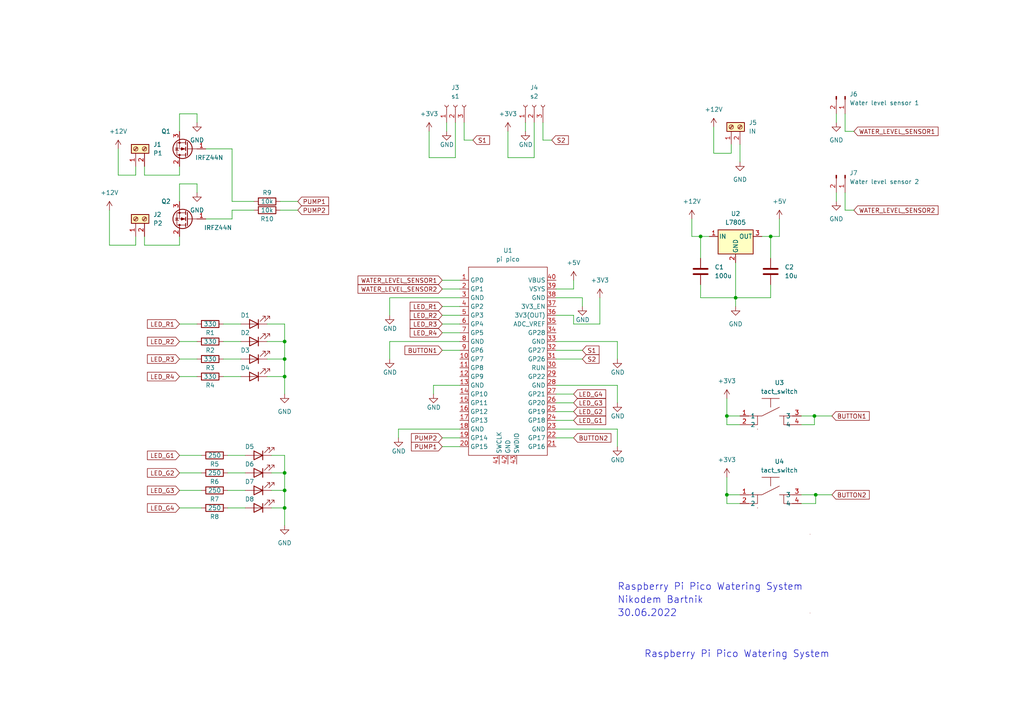
<source format=kicad_sch>
(kicad_sch (version 20211123) (generator eeschema)
  (paper "A4")
  (lib_symbols
    (symbol "Connector:Conn_01x02_Male" (pin_names (offset 1.016) hide)
      (property "Reference" "J" (at 0 2.54 0))
      (property "Value" "Conn_01x02_Male" (at 0 -5.08 0))
      (symbol "Conn_01x02_Male_1_1"
        (polyline (pts (xy 1.27 -2.54) (xy 0.8636 -2.54)) (stroke (width 0.1524)))
        (polyline (pts (xy 1.27 0) (xy 0.8636 0)) (stroke (width 0.1524)))
        (rectangle (start 0.8636 -2.413) (end 0 -2.667) (stroke (width 0.1524)) (fill (type outline)))
        (rectangle (start 0.8636 0.127) (end 0 -0.127) (stroke (width 0.1524)) (fill (type outline)))
        (pin passive line (at 5.08 0 180) (length 3.81) (name "Pin_1") (number "1"))
        (pin passive line (at 5.08 -2.54 180) (length 3.81) (name "Pin_2") (number "2"))
      )
    )
    (symbol "Connector:Conn_01x03_Female" (pin_names (offset 1.016) hide)
      (property "Reference" "J" (at 0 5.08 0))
      (property "Value" "Conn_01x03_Female" (at 0 -5.08 0))
      (symbol "Conn_01x03_Female_1_1"
        (arc (start 0 -2.032) (mid -0.508 -2.54) (end 0 -3.048) (stroke (width 0.1524)))
        (polyline (pts (xy -1.27 -2.54) (xy -0.508 -2.54)) (stroke (width 0.1524)))
        (polyline (pts (xy -1.27 0) (xy -0.508 0)) (stroke (width 0.1524)))
        (polyline (pts (xy -1.27 2.54) (xy -0.508 2.54)) (stroke (width 0.1524)))
        (arc (start 0 0.508) (mid -0.508 0) (end 0 -0.508) (stroke (width 0.1524)))
        (arc (start 0 3.048) (mid -0.508 2.54) (end 0 2.032) (stroke (width 0.1524)))
        (pin passive line (at -5.08 2.54 0) (length 3.81) (name "Pin_1") (number "1"))
        (pin passive line (at -5.08 0 0) (length 3.81) (name "Pin_2") (number "2"))
        (pin passive line (at -5.08 -2.54 0) (length 3.81) (name "Pin_3") (number "3"))
      )
    )
    (symbol "Connector:Screw_Terminal_01x02" (pin_names (offset 1.016) hide)
      (property "Reference" "J" (at 0 2.54 0))
      (property "Value" "Screw_Terminal_01x02" (at 0 -5.08 0))
      (symbol "Screw_Terminal_01x02_1_1"
        (rectangle (start -1.27 1.27) (end 1.27 -3.81) (stroke (width 0.254)) (fill (type background)))
        (circle (center 0 -2.54) (radius 0.635) (stroke (width 0.1524)))
        (polyline (pts (xy -0.5334 -2.2098) (xy 0.3302 -3.048)) (stroke (width 0.1524)))
        (polyline (pts (xy -0.5334 0.3302) (xy 0.3302 -0.508)) (stroke (width 0.1524)))
        (polyline (pts (xy -0.3556 -2.032) (xy 0.508 -2.8702)) (stroke (width 0.1524)))
        (polyline (pts (xy -0.3556 0.508) (xy 0.508 -0.3302)) (stroke (width 0.1524)))
        (circle (center 0 0) (radius 0.635) (stroke (width 0.1524)))
        (pin passive line (at -5.08 0 0) (length 3.81) (name "Pin_1") (number "1"))
        (pin passive line (at -5.08 -2.54 0) (length 3.81) (name "Pin_2") (number "2"))
      )
    )
    (symbol "Device:C" (pin_numbers hide) (pin_names (offset 0.254))
      (property "Reference" "C" (at 0.635 2.54 0))
      (property "Value" "C" (at 0.635 -2.54 0))
      (symbol "C_0_1"
        (polyline (pts (xy -2.032 -0.762) (xy 2.032 -0.762)) (stroke (width 0.508)))
        (polyline (pts (xy -2.032 0.762) (xy 2.032 0.762)) (stroke (width 0.508)))
      )
      (symbol "C_1_1"
        (pin passive line (at 0 3.81 270) (length 2.794) (name "~") (number "1"))
        (pin passive line (at 0 -3.81 90) (length 2.794) (name "~") (number "2"))
      )
    )
    (symbol "Device:LED" (pin_numbers hide) (pin_names (offset 1.016) hide)
      (property "Reference" "D" (at 0 2.54 0))
      (property "Value" "LED" (at 0 -2.54 0))
      (symbol "LED_0_1"
        (polyline (pts (xy -1.27 -1.27) (xy -1.27 1.27)) (stroke (width 0.254)))
        (polyline (pts (xy -1.27 0) (xy 1.27 0)))
        (polyline (pts (xy 1.27 -1.27) (xy 1.27 1.27) (xy -1.27 0) (xy 1.27 -1.27)) (stroke (width 0.254)))
        (polyline (pts (xy -3.048 -0.762) (xy -4.572 -2.286) (xy -3.81 -2.286) (xy -4.572 -2.286) (xy -4.572 -1.524)))
        (polyline (pts (xy -1.778 -0.762) (xy -3.302 -2.286) (xy -2.54 -2.286) (xy -3.302 -2.286) (xy -3.302 -1.524)))
      )
      (symbol "LED_1_1"
        (pin passive line (at -3.81 0 0) (length 2.54) (name "K") (number "1"))
        (pin passive line (at 3.81 0 180) (length 2.54) (name "A") (number "2"))
      )
    )
    (symbol "Device:R" (pin_numbers hide) (pin_names (offset 0))
      (property "Reference" "R" (at 2.032 0 90))
      (property "Value" "R" (at 0 0 90))
      (symbol "R_0_1"
        (rectangle (start -1.016 -2.54) (end 1.016 2.54) (stroke (width 0.254)))
      )
      (symbol "R_1_1"
        (pin passive line (at 0 3.81 270) (length 1.27) (name "~") (number "1"))
        (pin passive line (at 0 -3.81 90) (length 1.27) (name "~") (number "2"))
      )
    )
    (symbol "RaspberryPi:pi pico"
      (property "Reference" "U" (at 6.35 -29.21 0))
      (property "Value" "pi pico" (at 0 25.4 0))
      (symbol "pi pico_0_1"
        (rectangle (start -11.43 26.67) (end 11.43 -27.94))
      )
      (symbol "pi pico_1_1"
        (pin bidirectional line (at -13.97 22.86 0) (length 2.54) (name "GP0") (number "1"))
        (pin bidirectional line (at -13.97 0 0) (length 2.54) (name "GP7") (number "10"))
        (pin bidirectional line (at -13.97 -2.54 0) (length 2.54) (name "GP8") (number "11"))
        (pin bidirectional line (at -13.97 -5.08 0) (length 2.54) (name "GP9") (number "12"))
        (pin power_in line (at -13.97 -7.62 0) (length 2.54) (name "GND") (number "13"))
        (pin bidirectional line (at -13.97 -10.16 0) (length 2.54) (name "GP10") (number "14"))
        (pin bidirectional line (at -13.97 -12.7 0) (length 2.54) (name "GP11") (number "15"))
        (pin bidirectional line (at -13.97 -15.24 0) (length 2.54) (name "GP12") (number "16"))
        (pin bidirectional line (at -13.97 -17.78 0) (length 2.54) (name "GP13") (number "17"))
        (pin power_in line (at -13.97 -20.32 0) (length 2.54) (name "GND") (number "18"))
        (pin bidirectional line (at -13.97 -22.86 0) (length 2.54) (name "GP14") (number "19"))
        (pin bidirectional line (at -13.97 20.32 0) (length 2.54) (name "GP1") (number "2"))
        (pin bidirectional line (at -13.97 -25.4 0) (length 2.54) (name "GP15") (number "20"))
        (pin bidirectional line (at 13.97 -25.4 180) (length 2.54) (name "GP16") (number "21"))
        (pin bidirectional line (at 13.97 -22.86 180) (length 2.54) (name "GP17") (number "22"))
        (pin power_in line (at 13.97 -20.32 180) (length 2.54) (name "GND") (number "23"))
        (pin bidirectional line (at 13.97 -17.78 180) (length 2.54) (name "GP18") (number "24"))
        (pin bidirectional line (at 13.97 -15.24 180) (length 2.54) (name "GP19") (number "25"))
        (pin bidirectional line (at 13.97 -12.7 180) (length 2.54) (name "GP20") (number "26"))
        (pin bidirectional line (at 13.97 -10.16 180) (length 2.54) (name "GP21") (number "27"))
        (pin power_in line (at 13.97 -7.62 180) (length 2.54) (name "GND") (number "28"))
        (pin bidirectional line (at 13.97 -5.08 180) (length 2.54) (name "GP22") (number "29"))
        (pin power_in line (at -13.97 17.78 0) (length 2.54) (name "GND") (number "3"))
        (pin input line (at 13.97 -2.54 180) (length 2.54) (name "RUN") (number "30"))
        (pin bidirectional line (at 13.97 0 180) (length 2.54) (name "GP26") (number "31"))
        (pin bidirectional line (at 13.97 2.54 180) (length 2.54) (name "GP27") (number "32"))
        (pin power_in line (at 13.97 5.08 180) (length 2.54) (name "GND") (number "33"))
        (pin bidirectional line (at 13.97 7.62 180) (length 2.54) (name "GP28") (number "34"))
        (pin input line (at 13.97 10.16 180) (length 2.54) (name "ADC_VREF") (number "35"))
        (pin power_out line (at 13.97 12.7 180) (length 2.54) (name "3V3(OUT)") (number "36"))
        (pin input line (at 13.97 15.24 180) (length 2.54) (name "3V3_EN") (number "37"))
        (pin power_in line (at 13.97 17.78 180) (length 2.54) (name "GND") (number "38"))
        (pin power_out line (at 13.97 20.32 180) (length 2.54) (name "VSYS") (number "39"))
        (pin bidirectional line (at -13.97 15.24 0) (length 2.54) (name "GP2") (number "4"))
        (pin power_out line (at 13.97 22.86 180) (length 2.54) (name "VBUS") (number "40"))
        (pin bidirectional line (at -2.54 -30.48 90) (length 2.54) (name "SWCLK") (number "41"))
        (pin power_in line (at 0 -30.48 90) (length 2.54) (name "GND") (number "42"))
        (pin bidirectional line (at 2.54 -30.48 90) (length 2.54) (name "SWDIO") (number "43"))
        (pin bidirectional line (at -13.97 12.7 0) (length 2.54) (name "GP3") (number "5"))
        (pin bidirectional line (at -13.97 10.16 0) (length 2.54) (name "GP4") (number "6"))
        (pin bidirectional line (at -13.97 7.62 0) (length 2.54) (name "GP5") (number "7"))
        (pin power_in line (at -13.97 5.08 0) (length 2.54) (name "GND") (number "8"))
        (pin bidirectional line (at -13.97 2.54 0) (length 2.54) (name "GP6") (number "9"))
      )
    )
    (symbol "Regulator_Linear:L7805" (pin_names (offset 0.254))
      (property "Reference" "U" (at -3.81 3.175 0))
      (property "Value" "L7805" (at 0 3.175 0))
      (symbol "L7805_0_1"
        (rectangle (start -5.08 1.905) (end 5.08 -5.08) (stroke (width 0.254)) (fill (type background)))
      )
      (symbol "L7805_1_1"
        (pin power_in line (at -7.62 0 0) (length 2.54) (name "IN") (number "1"))
        (pin power_in line (at 0 -7.62 90) (length 2.54) (name "GND") (number "2"))
        (pin power_out line (at 7.62 0 180) (length 2.54) (name "OUT") (number "3"))
      )
    )
    (symbol "Transistor_FET:IRF540N" (pin_names hide)
      (property "Reference" "Q" (at 6.35 1.905 0))
      (property "Value" "IRF540N" (at 6.35 0 0))
      (symbol "IRF540N_0_1"
        (polyline (pts (xy 0.254 0) (xy -2.54 0)))
        (polyline (pts (xy 0.254 1.905) (xy 0.254 -1.905)) (stroke (width 0.254)))
        (polyline (pts (xy 0.762 -1.27) (xy 0.762 -2.286)) (stroke (width 0.254)))
        (polyline (pts (xy 0.762 0.508) (xy 0.762 -0.508)) (stroke (width 0.254)))
        (polyline (pts (xy 0.762 2.286) (xy 0.762 1.27)) (stroke (width 0.254)))
        (polyline (pts (xy 2.54 2.54) (xy 2.54 1.778)))
        (polyline (pts (xy 2.54 -2.54) (xy 2.54 0) (xy 0.762 0)))
        (polyline (pts (xy 0.762 -1.778) (xy 3.302 -1.778) (xy 3.302 1.778) (xy 0.762 1.778)))
        (polyline (pts (xy 1.016 0) (xy 2.032 0.381) (xy 2.032 -0.381) (xy 1.016 0)) (fill (type outline)))
        (polyline (pts (xy 2.794 0.508) (xy 2.921 0.381) (xy 3.683 0.381) (xy 3.81 0.254)))
        (polyline (pts (xy 3.302 0.381) (xy 2.921 -0.254) (xy 3.683 -0.254) (xy 3.302 0.381)))
        (circle (center 1.651 0) (radius 2.794) (stroke (width 0.254)))
        (circle (center 2.54 -1.778) (radius 0.254) (fill (type outline)))
        (circle (center 2.54 1.778) (radius 0.254) (fill (type outline)))
      )
      (symbol "IRF540N_1_1"
        (pin input line (at -5.08 0 0) (length 2.54) (name "G") (number "1"))
        (pin passive line (at 2.54 5.08 270) (length 2.54) (name "D") (number "2"))
        (pin passive line (at 2.54 -5.08 90) (length 2.54) (name "S") (number "3"))
      )
    )
    (symbol "casual_components:tact_switch"
      (property "Reference" "U" (at 0 -3.81 0))
      (property "Value" "tact_switch" (at 0 7.62 0))
      (symbol "tact_switch_0_1"
        (rectangle (start -3.81 -3.81) (end -3.81 -3.81))
        (rectangle (start -3.81 -3.81) (end -3.81 -3.81))
        (polyline (pts (xy -2.54 5.08) (xy 2.54 5.08)))
        (polyline (pts (xy 0 2.54) (xy 0 5.08)))
        (polyline (pts (xy 2.54 0) (xy 6.35 0)))
        (polyline (pts (xy -6.35 0) (xy -2.54 0) (xy 2.54 2.54)))
        (polyline (pts (xy -3.81 0) (xy -3.81 -2.54) (xy -6.35 -2.54)))
        (polyline (pts (xy 3.81 0) (xy 3.81 -2.54) (xy 6.35 -2.54)))
        (rectangle (start 11.43 -34.29) (end 11.43 -34.29))
      )
      (symbol "tact_switch_1_1"
        (pin input line (at -8.89 0 0) (length 2.54) (name "1") (number "1"))
        (pin input line (at -8.89 -2.54 0) (length 2.54) (name "2") (number "2"))
        (pin output line (at 8.89 0 180) (length 2.54) (name "3") (number "3"))
        (pin output line (at 8.89 -2.54 180) (length 2.54) (name "4") (number "4"))
      )
    )
    (symbol "power:+12V" (power) (pin_names (offset 0))
      (property "Value" "+12V" (at 0 3.556 0))
      (symbol "+12V_0_1"
        (polyline (pts (xy -0.762 1.27) (xy 0 2.54)))
        (polyline (pts (xy 0 0) (xy 0 2.54)))
        (polyline (pts (xy 0 2.54) (xy 0.762 1.27)))
      )
      (symbol "+12V_1_1"
        (pin power_in line (at 0 0 90) (length 0) hide (name "+12V") (number "1"))
      )
    )
    (symbol "power:+3V3" (power) (pin_names (offset 0))
      (property "Value" "+3V3" (at 0 3.556 0))
      (symbol "+3V3_0_1"
        (polyline (pts (xy -0.762 1.27) (xy 0 2.54)))
        (polyline (pts (xy 0 0) (xy 0 2.54)))
        (polyline (pts (xy 0 2.54) (xy 0.762 1.27)))
      )
      (symbol "+3V3_1_1"
        (pin power_in line (at 0 0 90) (length 0) hide (name "+3V3") (number "1"))
      )
    )
    (symbol "power:+5V" (power) (pin_names (offset 0))
      (property "Value" "+5V" (at 0 3.556 0))
      (symbol "+5V_0_1"
        (polyline (pts (xy -0.762 1.27) (xy 0 2.54)))
        (polyline (pts (xy 0 0) (xy 0 2.54)))
        (polyline (pts (xy 0 2.54) (xy 0.762 1.27)))
      )
      (symbol "+5V_1_1"
        (pin power_in line (at 0 0 90) (length 0) hide (name "+5V") (number "1"))
      )
    )
    (symbol "power:GND" (power) (pin_names (offset 0))
      (property "Value" "GND" (at 0 -3.81 0))
      (symbol "GND_0_1"
        (polyline (pts (xy 0 0) (xy 0 -1.27) (xy 1.27 -1.27) (xy 0 -2.54) (xy -1.27 -1.27) (xy 0 -1.27)))
      )
      (symbol "GND_1_1"
        (pin power_in line (at 0 0 270) (length 0) hide (name "GND") (number "1"))
      )
    )
  )
  (junction (at 236.5898 143.51))
  (junction (at 82.55 109.22))
  (junction (at 82.55 142.24))
  (junction (at 82.55 137.16))
  (junction (at 82.55 104.14))
  (junction (at 82.55 147.32))
  (junction (at 210.82 120.65))
  (junction (at 213.36 86.36))
  (junction (at 236.22 120.65))
  (junction (at 223.52 68.58))
  (junction (at 82.55 99.06))
  (junction (at 210.82 143.51))
  (junction (at 203.2 68.58))
  (wire (pts (xy 132.08 45.72) (xy 132.08 35.56)))
  (wire (pts (xy 157.48 40.64) (xy 160.02 40.64)))
  (wire (pts (xy 161.29 124.46) (xy 179.07 124.46)))
  (wire (pts (xy 157.48 35.56) (xy 157.48 40.64)))
  (wire (pts (xy 245.11 60.96) (xy 247.65 60.96)))
  (wire (pts (xy 220.98 68.58) (xy 223.52 68.58)))
  (wire (pts (xy 73.66 58.42) (xy 67.31 58.42)))
  (wire (pts (xy 179.07 111.76) (xy 161.29 111.76)))
  (wire (pts (xy 39.37 68.58) (xy 39.37 71.12)))
  (wire (pts (xy 82.55 142.24) (xy 82.55 147.32)))
  (wire (pts (xy 161.29 114.3) (xy 166.37 114.3)))
  (wire (pts (xy 245.11 38.1) (xy 247.65 38.1)))
  (wire (pts (xy 82.55 104.14) (xy 82.55 109.22)))
  (wire (pts (xy 78.74 132.08) (xy 82.55 132.08)))
  (wire (pts (xy 245.11 33.02) (xy 245.11 38.1)))
  (wire (pts (xy 161.29 101.6) (xy 168.91 101.6)))
  (wire (pts (xy 124.46 45.72) (xy 132.08 45.72)))
  (wire (pts (xy 236.22 120.65) (xy 241.3 120.65)))
  (wire (pts (xy 52.07 132.08) (xy 58.42 132.08)))
  (wire (pts (xy 82.55 137.16) (xy 82.55 142.24)))
  (wire (pts (xy 113.03 86.36) (xy 133.35 86.36)))
  (wire (pts (xy 166.37 91.44) (xy 161.29 91.44)))
  (wire (pts (xy 212.09 41.91) (xy 212.09 44.45)))
  (wire (pts (xy 161.29 121.92) (xy 166.37 121.92)))
  (wire (pts (xy 152.4 35.56) (xy 152.4 38.1)))
  (wire (pts (xy 168.91 88.9) (xy 168.91 86.36)))
  (wire (pts (xy 52.07 33.02) (xy 57.15 33.02)))
  (wire (pts (xy 124.46 38.1) (xy 124.46 45.72)))
  (wire (pts (xy 179.07 129.54) (xy 179.07 124.46)))
  (wire (pts (xy 129.54 35.56) (xy 129.54 38.1)))
  (wire (pts (xy 115.57 124.46) (xy 133.35 124.46)))
  (wire (pts (xy 166.37 81.28) (xy 166.37 83.82)))
  (wire (pts (xy 200.66 68.58) (xy 203.2 68.58)))
  (wire (pts (xy 232.41 123.19) (xy 236.22 123.19)))
  (wire (pts (xy 57.15 33.02) (xy 57.15 35.56)))
  (wire (pts (xy 128.27 81.28) (xy 133.35 81.28)))
  (wire (pts (xy 41.91 50.8) (xy 52.07 50.8)))
  (wire (pts (xy 113.03 104.14) (xy 113.03 99.06)))
  (wire (pts (xy 59.69 43.18) (xy 67.31 43.18)))
  (wire (pts (xy 78.74 147.32) (xy 82.55 147.32)))
  (wire (pts (xy 161.29 83.82) (xy 166.37 83.82)))
  (wire (pts (xy 125.73 111.76) (xy 133.35 111.76)))
  (wire (pts (xy 82.55 147.32) (xy 82.55 152.4)))
  (wire (pts (xy 81.28 60.96) (xy 86.36 60.96)))
  (wire (pts (xy 77.47 93.98) (xy 82.55 93.98)))
  (wire (pts (xy 52.07 109.22) (xy 57.15 109.22)))
  (wire (pts (xy 223.52 68.58) (xy 223.52 74.93)))
  (wire (pts (xy 232.41 146.05) (xy 236.5898 146.05)))
  (wire (pts (xy 34.29 43.18) (xy 34.29 50.8)))
  (wire (pts (xy 128.27 96.52) (xy 133.35 96.52)))
  (wire (pts (xy 82.55 132.08) (xy 82.55 137.16)))
  (wire (pts (xy 179.07 104.14) (xy 179.07 99.06)))
  (wire (pts (xy 52.07 50.8) (xy 52.07 48.26)))
  (wire (pts (xy 213.36 86.36) (xy 213.36 76.2)))
  (wire (pts (xy 67.31 60.96) (xy 67.31 63.5)))
  (wire (pts (xy 66.04 142.24) (xy 71.12 142.24)))
  (wire (pts (xy 213.36 86.36) (xy 223.52 86.36)))
  (wire (pts (xy 73.66 60.96) (xy 67.31 60.96)))
  (wire (pts (xy 78.74 137.16) (xy 82.55 137.16)))
  (wire (pts (xy 210.82 143.51) (xy 214.63 143.51)))
  (wire (pts (xy 64.77 93.98) (xy 69.85 93.98)))
  (wire (pts (xy 31.75 71.12) (xy 31.75 60.96)))
  (wire (pts (xy 78.74 142.24) (xy 82.55 142.24)))
  (wire (pts (xy 39.37 71.12) (xy 31.75 71.12)))
  (wire (pts (xy 57.15 53.34) (xy 57.15 55.88)))
  (wire (pts (xy 81.28 58.42) (xy 86.36 58.42)))
  (wire (pts (xy 213.36 86.36) (xy 213.36 88.9)))
  (wire (pts (xy 59.69 63.5) (xy 67.31 63.5)))
  (wire (pts (xy 125.73 114.3) (xy 125.73 111.76)))
  (wire (pts (xy 161.29 116.84) (xy 166.37 116.84)))
  (wire (pts (xy 179.07 116.84) (xy 179.07 111.76)))
  (wire (pts (xy 66.04 147.32) (xy 71.12 147.32)))
  (wire (pts (xy 134.62 40.64) (xy 137.16 40.64)))
  (wire (pts (xy 210.82 115.57) (xy 210.82 120.65)))
  (wire (pts (xy 52.07 142.24) (xy 58.42 142.24)))
  (wire (pts (xy 161.29 104.14) (xy 168.91 104.14)))
  (wire (pts (xy 77.47 104.14) (xy 82.55 104.14)))
  (wire (pts (xy 147.32 45.72) (xy 154.94 45.72)))
  (wire (pts (xy 232.41 143.51) (xy 236.5898 143.51)))
  (wire (pts (xy 205.74 68.58) (xy 203.2 68.58)))
  (wire (pts (xy 52.07 38.1) (xy 52.07 33.02)))
  (wire (pts (xy 214.63 123.19) (xy 210.82 123.19)))
  (wire (pts (xy 173.99 93.98) (xy 166.37 93.98)))
  (wire (pts (xy 64.77 109.22) (xy 69.85 109.22)))
  (wire (pts (xy 64.77 104.14) (xy 69.85 104.14)))
  (wire (pts (xy 154.94 45.72) (xy 154.94 35.56)))
  (wire (pts (xy 214.63 41.91) (xy 214.63 46.99)))
  (wire (pts (xy 82.55 99.06) (xy 82.55 104.14)))
  (wire (pts (xy 245.11 55.88) (xy 245.11 60.96)))
  (wire (pts (xy 66.04 137.16) (xy 71.12 137.16)))
  (wire (pts (xy 52.07 68.58) (xy 52.07 71.12)))
  (wire (pts (xy 203.2 68.58) (xy 203.2 74.93)))
  (wire (pts (xy 223.52 82.55) (xy 223.52 86.36)))
  (wire (pts (xy 210.82 146.05) (xy 214.63 146.05)))
  (wire (pts (xy 161.29 119.38) (xy 166.37 119.38)))
  (wire (pts (xy 161.29 86.36) (xy 168.91 86.36)))
  (wire (pts (xy 67.31 43.18) (xy 67.31 58.42)))
  (wire (pts (xy 236.5898 143.51) (xy 241.3 143.51)))
  (wire (pts (xy 77.47 109.22) (xy 82.55 109.22)))
  (wire (pts (xy 128.27 83.82) (xy 133.35 83.82)))
  (wire (pts (xy 179.07 99.06) (xy 161.29 99.06)))
  (wire (pts (xy 128.27 101.6) (xy 133.35 101.6)))
  (wire (pts (xy 113.03 99.06) (xy 133.35 99.06)))
  (wire (pts (xy 173.99 86.36) (xy 173.99 93.98)))
  (wire (pts (xy 203.2 86.36) (xy 213.36 86.36)))
  (wire (pts (xy 134.62 35.56) (xy 134.62 40.64)))
  (wire (pts (xy 236.22 123.19) (xy 236.22 120.65)))
  (wire (pts (xy 210.82 123.19) (xy 210.82 120.65)))
  (wire (pts (xy 52.07 147.32) (xy 58.42 147.32)))
  (wire (pts (xy 77.47 99.06) (xy 82.55 99.06)))
  (wire (pts (xy 232.41 120.65) (xy 236.22 120.65)))
  (wire (pts (xy 226.06 63.5) (xy 226.06 68.58)))
  (wire (pts (xy 52.07 71.12) (xy 41.91 71.12)))
  (wire (pts (xy 39.37 50.8) (xy 39.37 48.26)))
  (wire (pts (xy 128.27 129.54) (xy 133.35 129.54)))
  (wire (pts (xy 128.27 91.44) (xy 133.35 91.44)))
  (wire (pts (xy 52.07 104.14) (xy 57.15 104.14)))
  (wire (pts (xy 210.82 138.43) (xy 210.82 143.51)))
  (wire (pts (xy 66.04 132.08) (xy 71.12 132.08)))
  (wire (pts (xy 161.29 127) (xy 166.37 127)))
  (wire (pts (xy 82.55 109.22) (xy 82.55 114.3)))
  (wire (pts (xy 115.57 127) (xy 115.57 124.46)))
  (wire (pts (xy 82.55 93.98) (xy 82.55 99.06)))
  (wire (pts (xy 64.77 99.06) (xy 69.85 99.06)))
  (wire (pts (xy 200.66 63.5) (xy 200.66 68.58)))
  (wire (pts (xy 242.57 58.42) (xy 242.57 55.88)))
  (wire (pts (xy 34.29 50.8) (xy 39.37 50.8)))
  (wire (pts (xy 41.91 71.12) (xy 41.91 68.58)))
  (wire (pts (xy 52.07 137.16) (xy 58.42 137.16)))
  (wire (pts (xy 210.82 120.65) (xy 214.63 120.65)))
  (wire (pts (xy 210.82 143.51) (xy 210.82 146.05)))
  (wire (pts (xy 128.27 127) (xy 133.35 127)))
  (wire (pts (xy 223.52 68.58) (xy 226.06 68.58)))
  (wire (pts (xy 113.03 91.44) (xy 113.03 86.36)))
  (wire (pts (xy 41.91 48.26) (xy 41.91 50.8)))
  (wire (pts (xy 52.07 53.34) (xy 57.15 53.34)))
  (wire (pts (xy 207.01 44.45) (xy 207.01 36.83)))
  (wire (pts (xy 203.2 82.55) (xy 203.2 86.36)))
  (wire (pts (xy 236.5898 146.05) (xy 236.5898 143.51)))
  (wire (pts (xy 166.37 93.98) (xy 166.37 91.44)))
  (wire (pts (xy 128.27 88.9) (xy 133.35 88.9)))
  (wire (pts (xy 52.07 99.06) (xy 57.15 99.06)))
  (wire (pts (xy 52.07 58.42) (xy 52.07 53.34)))
  (wire (pts (xy 147.32 38.1) (xy 147.32 45.72)))
  (wire (pts (xy 128.27 93.98) (xy 133.35 93.98)))
  (wire (pts (xy 242.57 35.56) (xy 242.57 33.02)))
  (wire (pts (xy 52.07 93.98) (xy 57.15 93.98)))
  (wire (pts (xy 212.09 44.45) (xy 207.01 44.45)))
  (text "Raspberry Pi Pico Watering System" (at 186.8296 190.964 0) (effects (font (size 2 2)) (justify left bottom)))
  (text "Raspberry Pi Pico Watering System" (at 179.07 171.45 0) (effects (font (size 2 2)) (justify left bottom)))
  (text "Nikodem Bartnik" (at 179.07 175.26 0) (effects (font (size 2 2)) (justify left bottom)))
  (text "30.06.2022" (at 179.07 179.07 0) (effects (font (size 2 2)) (justify left bottom)))
  (global_label "WATER_LEVEL_SENSOR2" (shape input) (at 128.27 83.82 180) (property "Intersheet References" "${INTERSHEET_REFS}" (effects hide)))
  (global_label "BUTTON1" (shape input) (at 128.27 101.6 180) (property "Intersheet References" "${INTERSHEET_REFS}" (effects hide)))
  (global_label "PUMP2" (shape input) (at 86.36 60.96 0) (property "Intersheet References" "${INTERSHEET_REFS}" (effects hide)))
  (global_label "WATER_LEVEL_SENSOR1" (shape input) (at 247.65 38.1 0) (property "Intersheet References" "${INTERSHEET_REFS}" (effects hide)))
  (global_label "PUMP1" (shape input) (at 128.27 129.54 180) (property "Intersheet References" "${INTERSHEET_REFS}" (effects hide)))
  (global_label "LED_R2" (shape input) (at 52.07 99.06 180) (property "Intersheet References" "${INTERSHEET_REFS}" (effects hide)))
  (global_label "LED_G2" (shape input) (at 166.37 119.38 0) (property "Intersheet References" "${INTERSHEET_REFS}" (effects hide)))
  (global_label "LED_G4" (shape input) (at 166.37 114.3 0) (property "Intersheet References" "${INTERSHEET_REFS}" (effects hide)))
  (global_label "LED_R4" (shape input) (at 52.07 109.22 180) (property "Intersheet References" "${INTERSHEET_REFS}" (effects hide)))
  (global_label "BUTTON2" (shape input) (at 241.3 143.51 0) (property "Intersheet References" "${INTERSHEET_REFS}" (effects hide)))
  (global_label "S1" (shape input) (at 168.91 101.6 0) (property "Intersheet References" "${INTERSHEET_REFS}" (effects hide)))
  (global_label "LED_R1" (shape input) (at 52.07 93.98 180) (property "Intersheet References" "${INTERSHEET_REFS}" (effects hide)))
  (global_label "PUMP2" (shape input) (at 128.27 127 180) (property "Intersheet References" "${INTERSHEET_REFS}" (effects hide)))
  (global_label "S1" (shape input) (at 137.16 40.64 0) (property "Intersheet References" "${INTERSHEET_REFS}" (effects hide)))
  (global_label "BUTTON2" (shape input) (at 166.37 127 0) (property "Intersheet References" "${INTERSHEET_REFS}" (effects hide)))
  (global_label "LED_R3" (shape input) (at 128.27 93.98 180) (property "Intersheet References" "${INTERSHEET_REFS}" (effects hide)))
  (global_label "WATER_LEVEL_SENSOR2" (shape input) (at 247.65 60.96 0) (property "Intersheet References" "${INTERSHEET_REFS}" (effects hide)))
  (global_label "LED_G3" (shape input) (at 166.37 116.84 0) (property "Intersheet References" "${INTERSHEET_REFS}" (effects hide)))
  (global_label "LED_G4" (shape input) (at 52.07 147.32 180) (property "Intersheet References" "${INTERSHEET_REFS}" (effects hide)))
  (global_label "PUMP1" (shape input) (at 86.36 58.42 0) (property "Intersheet References" "${INTERSHEET_REFS}" (effects hide)))
  (global_label "LED_G3" (shape input) (at 52.07 142.24 180) (property "Intersheet References" "${INTERSHEET_REFS}" (effects hide)))
  (global_label "LED_R1" (shape input) (at 128.27 88.9 180) (property "Intersheet References" "${INTERSHEET_REFS}" (effects hide)))
  (global_label "S2" (shape input) (at 160.02 40.64 0) (property "Intersheet References" "${INTERSHEET_REFS}" (effects hide)))
  (global_label "LED_G1" (shape input) (at 166.37 121.92 0) (property "Intersheet References" "${INTERSHEET_REFS}" (effects hide)))
  (global_label "LED_R2" (shape input) (at 128.27 91.44 180) (property "Intersheet References" "${INTERSHEET_REFS}" (effects hide)))
  (global_label "BUTTON1" (shape input) (at 241.3 120.65 0) (property "Intersheet References" "${INTERSHEET_REFS}" (effects hide)))
  (global_label "LED_R4" (shape input) (at 128.27 96.52 180) (property "Intersheet References" "${INTERSHEET_REFS}" (effects hide)))
  (global_label "LED_G1" (shape input) (at 52.07 132.08 180) (property "Intersheet References" "${INTERSHEET_REFS}" (effects hide)))
  (global_label "LED_G2" (shape input) (at 52.07 137.16 180) (property "Intersheet References" "${INTERSHEET_REFS}" (effects hide)))
  (global_label "LED_R3" (shape input) (at 52.07 104.14 180) (property "Intersheet References" "${INTERSHEET_REFS}" (effects hide)))
  (global_label "S2" (shape input) (at 168.91 104.14 0) (property "Intersheet References" "${INTERSHEET_REFS}" (effects hide)))
  (global_label "WATER_LEVEL_SENSOR1" (shape input) (at 128.27 81.28 180) (property "Intersheet References" "${INTERSHEET_REFS}" (effects hide)))
  (symbol (lib_id "Connector:Conn_01x02_Male") (at 245.11 27.94 270) (unit 1)
    (property "Reference" "J6" (at 246.38 27.3049 90) (effects (justify left)))
    (property "Value" "Water level sensor 1" (at 246.38 29.8449 90) (effects (justify left)))
    (property "Footprint" "Connector_PinHeader_2.54mm:PinHeader_1x02_P2.54mm_Vertical" (effects hide))
  )
  (symbol (lib_id "Device:R") (at 77.47 58.42 90) (unit 1)
    (property "Reference" "R9" (at 77.47 55.88 90))
    (property "Value" "10k" (at 77.47 58.42 90))
    (property "Footprint" "Resistor_SMD:R_1206_3216Metric_Pad1.30x1.75mm_HandSolder" (effects hide))
  )
  (symbol (lib_id "power:+3V3") (at 147.32 38.1 0) (unit 1)
    (property "Reference" "#PWR09" (effects hide))
    (property "Value" "+3V3" (at 147.32 33.02 0))
  )
  (symbol (lib_id "Device:LED") (at 74.93 132.08 180) (unit 1)
    (property "Reference" "D5" (at 72.39 129.54 0))
    (property "Value" "LED" (effects hide))
    (property "Footprint" "LED_THT:LED_D5.0mm" (effects hide))
  )
  (symbol (lib_id "power:GND") (at 57.15 35.56 0) (unit 1)
    (property "Reference" "#PWR05" (effects hide))
    (property "Value" "GND" (at 57.15 40.64 0))
  )
  (symbol (lib_id "power:GND") (at 129.54 38.1 0) (unit 1)
    (property "Reference" "#PWR08" (effects hide))
    (property "Value" "GND" (at 129.6221 41.9591 0))
  )
  (symbol (lib_id "Device:LED") (at 74.93 147.32 180) (unit 1)
    (property "Reference" "D8" (at 72.39 144.78 0))
    (property "Value" "LED" (effects hide))
    (property "Footprint" "LED_THT:LED_D5.0mm" (effects hide))
  )
  (symbol (lib_id "Device:LED") (at 74.93 142.24 180) (unit 1)
    (property "Reference" "D7" (at 72.39 139.7 0))
    (property "Value" "LED" (effects hide))
    (property "Footprint" "LED_THT:LED_D5.0mm" (effects hide))
  )
  (symbol (lib_id "Connector:Conn_01x03_Female") (at 132.08 30.48 90) (unit 1)
    (property "Reference" "J3" (at 132.08 25.4 90))
    (property "Value" "s1" (at 132.08 27.94 90))
    (property "Footprint" "Connector_PinSocket_2.54mm:PinSocket_1x03_P2.54mm_Vertical" (effects hide))
  )
  (symbol (lib_id "power:GND") (at 82.55 114.3 0) (unit 1)
    (property "Reference" "#PWR01" (effects hide))
    (property "Value" "GND" (at 82.55 119.38 0))
  )
  (symbol (lib_id "Device:R") (at 60.96 99.06 90) (unit 1)
    (property "Reference" "R2" (at 60.96 101.6 90))
    (property "Value" "330" (at 60.96 99.06 90))
    (property "Footprint" "Resistor_SMD:R_1206_3216Metric_Pad1.30x1.75mm_HandSolder" (effects hide))
  )
  (symbol (lib_id "Device:R") (at 60.96 109.22 90) (unit 1)
    (property "Reference" "R4" (at 60.96 111.76 90))
    (property "Value" "330" (at 60.96 109.22 90))
    (property "Footprint" "Resistor_SMD:R_1206_3216Metric_Pad1.30x1.75mm_HandSolder" (effects hide))
  )
  (symbol (lib_id "Device:C") (at 223.52 78.74 0) (unit 1)
    (property "Reference" "C2" (at 227.584 77.4699 0) (effects (justify left)))
    (property "Value" "10u" (at 227.584 80.0099 0) (effects (justify left)))
    (property "Footprint" "Capacitor_THT:C_Disc_D3.0mm_W2.0mm_P2.50mm" (effects hide))
  )
  (symbol (lib_id "Device:R") (at 60.96 104.14 90) (unit 1)
    (property "Reference" "R3" (at 60.96 106.68 90))
    (property "Value" "330" (at 60.96 104.14 90))
    (property "Footprint" "Resistor_SMD:R_1206_3216Metric_Pad1.30x1.75mm_HandSolder" (effects hide))
  )
  (symbol (lib_id "power:GND") (at 242.57 58.42 0) (unit 1)
    (property "Reference" "#PWR022" (effects hide))
    (property "Value" "GND" (at 242.57 63.5 0))
  )
  (symbol (lib_id "Device:LED") (at 73.66 104.14 180) (unit 1)
    (property "Reference" "D3" (at 71.12 101.6 0))
    (property "Value" "LED" (effects hide))
    (property "Footprint" "LED_THT:LED_D5.0mm" (effects hide))
  )
  (symbol (lib_id "Device:R") (at 77.47 60.96 90) (unit 1)
    (property "Reference" "R10" (at 77.47 63.5 90))
    (property "Value" "10k" (at 77.47 60.96 90))
    (property "Footprint" "Resistor_SMD:R_1206_3216Metric_Pad1.30x1.75mm_HandSolder" (effects hide))
  )
  (symbol (lib_id "power:GND") (at 214.63 46.99 0) (unit 1)
    (property "Reference" "#PWR020" (effects hide))
    (property "Value" "GND" (at 214.63 52.07 0))
  )
  (symbol (lib_id "Device:LED") (at 74.93 137.16 180) (unit 1)
    (property "Reference" "D6" (at 72.39 134.62 0))
    (property "Value" "LED" (effects hide))
    (property "Footprint" "LED_THT:LED_D5.0mm" (effects hide))
  )
  (symbol (lib_id "power:GND") (at 125.73 114.3 0) (unit 1)
    (property "Reference" "#PWR0104" (effects hide))
    (property "Value" "GND" (at 125.8121 118.1591 0))
  )
  (symbol (lib_id "power:+12V") (at 31.75 60.96 0) (unit 1)
    (property "Reference" "#PWR03" (effects hide))
    (property "Value" "+12V" (at 31.75 55.88 0))
  )
  (symbol (lib_id "Connector:Screw_Terminal_01x02") (at 39.37 43.18 90) (unit 1)
    (property "Reference" "J1" (at 44.45 41.9099 90) (effects (justify right)))
    (property "Value" "P1" (at 44.45 44.4499 90) (effects (justify right)))
    (property "Footprint" "TerminalBlock_Phoenix:TerminalBlock_Phoenix_MKDS-1,5-2-5.08_1x02_P5.08mm_Horizontal" (effects hide))
  )
  (symbol (lib_id "Device:LED") (at 73.66 109.22 180) (unit 1)
    (property "Reference" "D4" (at 71.12 106.68 0))
    (property "Value" "LED" (effects hide))
    (property "Footprint" "LED_THT:LED_D5.0mm" (effects hide))
  )
  (symbol (lib_id "power:GND") (at 82.55 152.4 0) (unit 1)
    (property "Reference" "#PWR02" (effects hide))
    (property "Value" "GND" (at 82.55 157.48 0))
  )
  (symbol (lib_id "power:GND") (at 115.57 127 0) (unit 1)
    (property "Reference" "#PWR0101" (effects hide))
    (property "Value" "GND" (at 115.6521 130.8591 0))
  )
  (symbol (lib_id "power:GND") (at 179.07 104.14 0) (unit 1)
    (property "Reference" "#PWR0105" (effects hide))
    (property "Value" "GND" (at 179.1521 107.9991 0))
  )
  (symbol (lib_id "power:GND") (at 152.4 38.1 0) (unit 1)
    (property "Reference" "#PWR010" (effects hide))
    (property "Value" "GND" (at 152.4821 41.9591 0))
  )
  (symbol (lib_id "Device:R") (at 62.23 137.16 90) (unit 1)
    (property "Reference" "R6" (at 62.23 139.7 90))
    (property "Value" "250" (at 62.23 137.16 90))
    (property "Footprint" "Resistor_SMD:R_1206_3216Metric_Pad1.30x1.75mm_HandSolder" (effects hide))
  )
  (symbol (lib_id "power:+5V") (at 166.37 81.28 0) (unit 1)
    (property "Reference" "#PWR011" (effects hide))
    (property "Value" "+5V" (at 166.37 76.2 0))
  )
  (symbol (lib_id "power:+3V3") (at 173.99 86.36 0) (unit 1)
    (property "Reference" "#PWR013" (effects hide))
    (property "Value" "+3V3" (at 173.99 81.28 0))
  )
  (symbol (lib_id "power:+3V3") (at 210.82 115.57 0) (unit 1)
    (property "Reference" "#PWR015" (effects hide))
    (property "Value" "+3V3" (at 210.82 110.49 0))
  )
  (symbol (lib_id "power:+3V3") (at 210.82 138.43 0) (unit 1)
    (property "Reference" "#PWR016" (effects hide))
    (property "Value" "+3V3" (at 210.82 133.35 0))
  )
  (symbol (lib_id "power:+12V") (at 34.29 43.18 0) (unit 1)
    (property "Reference" "#PWR04" (effects hide))
    (property "Value" "+12V" (at 34.29 38.1 0))
  )
  (symbol (lib_id "Connector:Screw_Terminal_01x02") (at 212.09 36.83 90) (unit 1)
    (property "Reference" "J5" (at 217.17 35.5599 90) (effects (justify right)))
    (property "Value" "IN" (at 217.17 38.0999 90) (effects (justify right)))
    (property "Footprint" "TerminalBlock_Phoenix:TerminalBlock_Phoenix_MKDS-1,5-2-5.08_1x02_P5.08mm_Horizontal" (effects hide))
  )
  (symbol (lib_id "power:GND") (at 168.91 88.9 0) (unit 1)
    (property "Reference" "#PWR012" (effects hide))
    (property "Value" "GND" (at 168.9921 92.7591 0))
  )
  (symbol (lib_id "power:+5V") (at 226.06 63.5 0) (unit 1)
    (property "Reference" "#PWR018" (effects hide))
    (property "Value" "+5V" (at 226.06 58.42 0))
  )
  (symbol (lib_id "Device:R") (at 62.23 147.32 90) (unit 1)
    (property "Reference" "R8" (at 62.23 149.86 90))
    (property "Value" "250" (at 62.23 147.32 90))
    (property "Footprint" "Resistor_SMD:R_1206_3216Metric_Pad1.30x1.75mm_HandSolder" (effects hide))
  )
  (symbol (lib_id "power:GND") (at 113.03 104.14 0) (unit 1)
    (property "Reference" "#PWR0103" (effects hide))
    (property "Value" "GND" (at 113.1121 107.9991 0))
  )
  (symbol (lib_id "casual_components:tact_switch") (at 223.52 120.65 0) (unit 1)
    (property "Reference" "U3" (at 226.06 110.998 0))
    (property "Value" "tact_switch" (at 226.06 113.538 0))
    (property "Footprint" "casual_components:tact_switch" (effects hide))
  )
  (symbol (lib_id "Connector:Screw_Terminal_01x02") (at 39.37 63.5 90) (unit 1)
    (property "Reference" "J2" (at 44.45 62.2299 90) (effects (justify right)))
    (property "Value" "P2" (at 44.45 64.7699 90) (effects (justify right)))
    (property "Footprint" "TerminalBlock_Phoenix:TerminalBlock_Phoenix_MKDS-1,5-2-5.08_1x02_P5.08mm_Horizontal" (effects hide))
  )
  (symbol (lib_id "Device:C") (at 203.2 78.74 0) (unit 1)
    (property "Reference" "C1" (at 207.264 77.4699 0) (effects (justify left)))
    (property "Value" "100u" (at 207.264 80.0099 0) (effects (justify left)))
    (property "Footprint" "Capacitor_THT:C_Disc_D3.0mm_W2.0mm_P2.50mm" (effects hide))
  )
  (symbol (lib_id "power:GND") (at 179.07 129.54 0) (unit 1)
    (property "Reference" "#PWR0107" (effects hide))
    (property "Value" "GND" (at 179.1521 133.3991 0))
  )
  (symbol (lib_id "RaspberryPi:pi pico") (at 147.32 104.14 0) (unit 1)
    (property "Reference" "U1" (at 147.32 72.644 0))
    (property "Value" "pi pico" (at 147.32 75.184 0))
    (property "Footprint" "RaspberryPi:raspberry pi pico" (effects hide))
  )
  (symbol (lib_id "power:GND") (at 242.57 35.56 0) (unit 1)
    (property "Reference" "#PWR021" (effects hide))
    (property "Value" "GND" (at 242.57 40.64 0))
  )
  (symbol (lib_id "Device:R") (at 62.23 132.08 90) (unit 1)
    (property "Reference" "R5" (at 62.23 134.62 90))
    (property "Value" "250" (at 62.23 132.08 90))
    (property "Footprint" "Resistor_SMD:R_1206_3216Metric_Pad1.30x1.75mm_HandSolder" (effects hide))
  )
  (symbol (lib_id "power:+12V") (at 207.01 36.83 0) (unit 1)
    (property "Reference" "#PWR019" (effects hide))
    (property "Value" "+12V" (at 207.01 31.75 0))
  )
  (symbol (lib_id "power:GND") (at 57.15 55.88 0) (unit 1)
    (property "Reference" "#PWR06" (effects hide))
    (property "Value" "GND" (at 57.15 60.96 0))
  )
  (symbol (lib_id "power:+12V") (at 200.66 63.5 0) (unit 1)
    (property "Reference" "#PWR014" (effects hide))
    (property "Value" "+12V" (at 200.66 58.42 0))
  )
  (symbol (lib_id "Regulator_Linear:L7805") (at 213.36 68.58 0) (unit 1)
    (property "Reference" "U2" (at 213.36 61.976 0))
    (property "Value" "L7805" (at 213.36 64.516 0))
    (property "Footprint" "Package_TO_SOT_THT:TO-220-3_Vertical" (effects hide))
    (property "Datasheet" "http://www.st.com/content/ccc/resource/technical/document/datasheet/41/4f/b3/b0/12/d4/47/88/CD00000444.pdf/files/CD00000444.pdf/jcr:content/translations/en.CD00000444.pdf" (effects hide))
  )
  (symbol (lib_id "power:GND") (at 213.36 88.9 0) (unit 1)
    (property "Reference" "#PWR017" (effects hide))
    (property "Value" "GND" (at 213.36 93.98 0))
  )
  (symbol (lib_id "Connector:Conn_01x03_Female") (at 154.94 30.48 90) (unit 1)
    (property "Reference" "J4" (at 154.94 25.4 90))
    (property "Value" "s2" (at 154.94 27.94 90))
    (property "Footprint" "Connector_PinSocket_2.54mm:PinSocket_1x03_P2.54mm_Vertical" (effects hide))
  )
  (symbol (lib_id "power:+3V3") (at 124.46 38.1 0) (unit 1)
    (property "Reference" "#PWR07" (effects hide))
    (property "Value" "+3V3" (at 124.46 33.02 0))
  )
  (symbol (lib_id "Device:R") (at 62.23 142.24 90) (unit 1)
    (property "Reference" "R7" (at 62.23 144.78 90))
    (property "Value" "250" (at 62.23 142.24 90))
    (property "Footprint" "Resistor_SMD:R_1206_3216Metric_Pad1.30x1.75mm_HandSolder" (effects hide))
  )
  (symbol (lib_id "casual_components:tact_switch") (at 223.52 143.51 0) (unit 1)
    (property "Reference" "U4" (at 226.06 133.858 0))
    (property "Value" "tact_switch" (at 226.06 136.398 0))
    (property "Footprint" "casual_components:tact_switch" (effects hide))
  )
  (symbol (lib_id "Connector:Conn_01x02_Male") (at 245.11 50.8 270) (unit 1)
    (property "Reference" "J7" (at 246.38 50.1649 90) (effects (justify left)))
    (property "Value" "Water level sensor 2" (at 246.38 52.7049 90) (effects (justify left)))
    (property "Footprint" "Connector_PinHeader_2.54mm:PinHeader_1x02_P2.54mm_Vertical" (effects hide))
  )
  (symbol (lib_id "power:GND") (at 179.07 116.84 0) (unit 1)
    (property "Reference" "#PWR0106" (effects hide))
    (property "Value" "GND" (at 179.1521 120.6991 0))
  )
  (symbol (lib_id "power:GND") (at 113.03 91.44 0) (unit 1)
    (property "Reference" "#PWR0102" (effects hide))
    (property "Value" "GND" (at 113.1121 95.2991 0))
  )
  (symbol (lib_id "Transistor_FET:IRF540N") (at 54.61 63.5 180) (unit 1)
    (property "Reference" "Q2" (at 49.53 58.42 0) (effects (justify left)))
    (property "Value" "IRFZ44N" (at 67.31 66.04 0) (effects (justify left)))
    (property "Footprint" "Package_TO_SOT_THT:TO-220-3_Vertical" (effects hide))
    (property "Datasheet" "http://www.irf.com/product-info/datasheets/data/irf540n.pdf" (effects hide))
  )
  (symbol (lib_id "Transistor_FET:IRF540N") (at 54.61 43.18 180) (unit 1)
    (property "Reference" "Q1" (at 49.53 38.1 0) (effects (justify left)))
    (property "Value" "IRFZ44N" (at 64.77 45.72 0) (effects (justify left)))
    (property "Footprint" "Package_TO_SOT_THT:TO-220-3_Vertical" (effects hide))
    (property "Datasheet" "http://www.irf.com/product-info/datasheets/data/irf540n.pdf" (effects hide))
  )
  (symbol (lib_id "Device:LED") (at 73.66 93.98 180) (unit 1)
    (property "Reference" "D1" (at 71.12 91.44 0))
    (property "Value" "LED" (effects hide))
    (property "Footprint" "LED_THT:LED_D5.0mm" (effects hide))
  )
  (symbol (lib_id "Device:LED") (at 73.66 99.06 180) (unit 1)
    (property "Reference" "D2" (at 71.12 96.52 0))
    (property "Value" "LED" (effects hide))
    (property "Footprint" "LED_THT:LED_D5.0mm" (effects hide))
  )
  (symbol (lib_id "Device:R") (at 60.96 93.98 90) (unit 1)
    (property "Reference" "R1" (at 60.96 96.52 90))
    (property "Value" "330" (at 60.96 93.98 90))
    (property "Footprint" "Resistor_SMD:R_1206_3216Metric_Pad1.30x1.75mm_HandSolder" (effects hide))
  )
)
</source>
